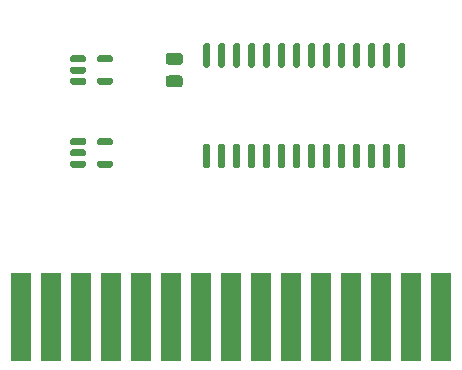
<source format=gbr>
G04 #@! TF.GenerationSoftware,KiCad,Pcbnew,(5.1.8)-1*
G04 #@! TF.CreationDate,2020-11-23T14:08:16+01:00*
G04 #@! TF.ProjectId,MM1_SRAM_64k_A,4d4d315f-5352-4414-9d5f-36346b5f412e,R1*
G04 #@! TF.SameCoordinates,PX6b49d20PY52f83c0*
G04 #@! TF.FileFunction,Soldermask,Top*
G04 #@! TF.FilePolarity,Negative*
%FSLAX46Y46*%
G04 Gerber Fmt 4.6, Leading zero omitted, Abs format (unit mm)*
G04 Created by KiCad (PCBNEW (5.1.8)-1) date 2020-11-23 14:08:16*
%MOMM*%
%LPD*%
G01*
G04 APERTURE LIST*
%ADD10R,1.700000X7.500000*%
G04 APERTURE END LIST*
G36*
G01*
X23395000Y-8775000D02*
X23095000Y-8775000D01*
G75*
G02*
X22945000Y-8625000I0J150000D01*
G01*
X22945000Y-6875000D01*
G75*
G02*
X23095000Y-6725000I150000J0D01*
G01*
X23395000Y-6725000D01*
G75*
G02*
X23545000Y-6875000I0J-150000D01*
G01*
X23545000Y-8625000D01*
G75*
G02*
X23395000Y-8775000I-150000J0D01*
G01*
G37*
G36*
G01*
X24665000Y-8775000D02*
X24365000Y-8775000D01*
G75*
G02*
X24215000Y-8625000I0J150000D01*
G01*
X24215000Y-6875000D01*
G75*
G02*
X24365000Y-6725000I150000J0D01*
G01*
X24665000Y-6725000D01*
G75*
G02*
X24815000Y-6875000I0J-150000D01*
G01*
X24815000Y-8625000D01*
G75*
G02*
X24665000Y-8775000I-150000J0D01*
G01*
G37*
G36*
G01*
X25935000Y-8775000D02*
X25635000Y-8775000D01*
G75*
G02*
X25485000Y-8625000I0J150000D01*
G01*
X25485000Y-6875000D01*
G75*
G02*
X25635000Y-6725000I150000J0D01*
G01*
X25935000Y-6725000D01*
G75*
G02*
X26085000Y-6875000I0J-150000D01*
G01*
X26085000Y-8625000D01*
G75*
G02*
X25935000Y-8775000I-150000J0D01*
G01*
G37*
G36*
G01*
X27205000Y-8775000D02*
X26905000Y-8775000D01*
G75*
G02*
X26755000Y-8625000I0J150000D01*
G01*
X26755000Y-6875000D01*
G75*
G02*
X26905000Y-6725000I150000J0D01*
G01*
X27205000Y-6725000D01*
G75*
G02*
X27355000Y-6875000I0J-150000D01*
G01*
X27355000Y-8625000D01*
G75*
G02*
X27205000Y-8775000I-150000J0D01*
G01*
G37*
G36*
G01*
X28475000Y-8775000D02*
X28175000Y-8775000D01*
G75*
G02*
X28025000Y-8625000I0J150000D01*
G01*
X28025000Y-6875000D01*
G75*
G02*
X28175000Y-6725000I150000J0D01*
G01*
X28475000Y-6725000D01*
G75*
G02*
X28625000Y-6875000I0J-150000D01*
G01*
X28625000Y-8625000D01*
G75*
G02*
X28475000Y-8775000I-150000J0D01*
G01*
G37*
G36*
G01*
X29745000Y-8775000D02*
X29445000Y-8775000D01*
G75*
G02*
X29295000Y-8625000I0J150000D01*
G01*
X29295000Y-6875000D01*
G75*
G02*
X29445000Y-6725000I150000J0D01*
G01*
X29745000Y-6725000D01*
G75*
G02*
X29895000Y-6875000I0J-150000D01*
G01*
X29895000Y-8625000D01*
G75*
G02*
X29745000Y-8775000I-150000J0D01*
G01*
G37*
G36*
G01*
X31015000Y-8775000D02*
X30715000Y-8775000D01*
G75*
G02*
X30565000Y-8625000I0J150000D01*
G01*
X30565000Y-6875000D01*
G75*
G02*
X30715000Y-6725000I150000J0D01*
G01*
X31015000Y-6725000D01*
G75*
G02*
X31165000Y-6875000I0J-150000D01*
G01*
X31165000Y-8625000D01*
G75*
G02*
X31015000Y-8775000I-150000J0D01*
G01*
G37*
G36*
G01*
X32285000Y-8775000D02*
X31985000Y-8775000D01*
G75*
G02*
X31835000Y-8625000I0J150000D01*
G01*
X31835000Y-6875000D01*
G75*
G02*
X31985000Y-6725000I150000J0D01*
G01*
X32285000Y-6725000D01*
G75*
G02*
X32435000Y-6875000I0J-150000D01*
G01*
X32435000Y-8625000D01*
G75*
G02*
X32285000Y-8775000I-150000J0D01*
G01*
G37*
G36*
G01*
X33555000Y-8775000D02*
X33255000Y-8775000D01*
G75*
G02*
X33105000Y-8625000I0J150000D01*
G01*
X33105000Y-6875000D01*
G75*
G02*
X33255000Y-6725000I150000J0D01*
G01*
X33555000Y-6725000D01*
G75*
G02*
X33705000Y-6875000I0J-150000D01*
G01*
X33705000Y-8625000D01*
G75*
G02*
X33555000Y-8775000I-150000J0D01*
G01*
G37*
G36*
G01*
X34825000Y-8775000D02*
X34525000Y-8775000D01*
G75*
G02*
X34375000Y-8625000I0J150000D01*
G01*
X34375000Y-6875000D01*
G75*
G02*
X34525000Y-6725000I150000J0D01*
G01*
X34825000Y-6725000D01*
G75*
G02*
X34975000Y-6875000I0J-150000D01*
G01*
X34975000Y-8625000D01*
G75*
G02*
X34825000Y-8775000I-150000J0D01*
G01*
G37*
G36*
G01*
X36095000Y-8775000D02*
X35795000Y-8775000D01*
G75*
G02*
X35645000Y-8625000I0J150000D01*
G01*
X35645000Y-6875000D01*
G75*
G02*
X35795000Y-6725000I150000J0D01*
G01*
X36095000Y-6725000D01*
G75*
G02*
X36245000Y-6875000I0J-150000D01*
G01*
X36245000Y-8625000D01*
G75*
G02*
X36095000Y-8775000I-150000J0D01*
G01*
G37*
G36*
G01*
X37365000Y-8775000D02*
X37065000Y-8775000D01*
G75*
G02*
X36915000Y-8625000I0J150000D01*
G01*
X36915000Y-6875000D01*
G75*
G02*
X37065000Y-6725000I150000J0D01*
G01*
X37365000Y-6725000D01*
G75*
G02*
X37515000Y-6875000I0J-150000D01*
G01*
X37515000Y-8625000D01*
G75*
G02*
X37365000Y-8775000I-150000J0D01*
G01*
G37*
G36*
G01*
X38635000Y-8775000D02*
X38335000Y-8775000D01*
G75*
G02*
X38185000Y-8625000I0J150000D01*
G01*
X38185000Y-6875000D01*
G75*
G02*
X38335000Y-6725000I150000J0D01*
G01*
X38635000Y-6725000D01*
G75*
G02*
X38785000Y-6875000I0J-150000D01*
G01*
X38785000Y-8625000D01*
G75*
G02*
X38635000Y-8775000I-150000J0D01*
G01*
G37*
G36*
G01*
X39905000Y-8775000D02*
X39605000Y-8775000D01*
G75*
G02*
X39455000Y-8625000I0J150000D01*
G01*
X39455000Y-6875000D01*
G75*
G02*
X39605000Y-6725000I150000J0D01*
G01*
X39905000Y-6725000D01*
G75*
G02*
X40055000Y-6875000I0J-150000D01*
G01*
X40055000Y-8625000D01*
G75*
G02*
X39905000Y-8775000I-150000J0D01*
G01*
G37*
G36*
G01*
X39905000Y-17275000D02*
X39605000Y-17275000D01*
G75*
G02*
X39455000Y-17125000I0J150000D01*
G01*
X39455000Y-15375000D01*
G75*
G02*
X39605000Y-15225000I150000J0D01*
G01*
X39905000Y-15225000D01*
G75*
G02*
X40055000Y-15375000I0J-150000D01*
G01*
X40055000Y-17125000D01*
G75*
G02*
X39905000Y-17275000I-150000J0D01*
G01*
G37*
G36*
G01*
X38635000Y-17275000D02*
X38335000Y-17275000D01*
G75*
G02*
X38185000Y-17125000I0J150000D01*
G01*
X38185000Y-15375000D01*
G75*
G02*
X38335000Y-15225000I150000J0D01*
G01*
X38635000Y-15225000D01*
G75*
G02*
X38785000Y-15375000I0J-150000D01*
G01*
X38785000Y-17125000D01*
G75*
G02*
X38635000Y-17275000I-150000J0D01*
G01*
G37*
G36*
G01*
X37365000Y-17275000D02*
X37065000Y-17275000D01*
G75*
G02*
X36915000Y-17125000I0J150000D01*
G01*
X36915000Y-15375000D01*
G75*
G02*
X37065000Y-15225000I150000J0D01*
G01*
X37365000Y-15225000D01*
G75*
G02*
X37515000Y-15375000I0J-150000D01*
G01*
X37515000Y-17125000D01*
G75*
G02*
X37365000Y-17275000I-150000J0D01*
G01*
G37*
G36*
G01*
X36095000Y-17275000D02*
X35795000Y-17275000D01*
G75*
G02*
X35645000Y-17125000I0J150000D01*
G01*
X35645000Y-15375000D01*
G75*
G02*
X35795000Y-15225000I150000J0D01*
G01*
X36095000Y-15225000D01*
G75*
G02*
X36245000Y-15375000I0J-150000D01*
G01*
X36245000Y-17125000D01*
G75*
G02*
X36095000Y-17275000I-150000J0D01*
G01*
G37*
G36*
G01*
X34825000Y-17275000D02*
X34525000Y-17275000D01*
G75*
G02*
X34375000Y-17125000I0J150000D01*
G01*
X34375000Y-15375000D01*
G75*
G02*
X34525000Y-15225000I150000J0D01*
G01*
X34825000Y-15225000D01*
G75*
G02*
X34975000Y-15375000I0J-150000D01*
G01*
X34975000Y-17125000D01*
G75*
G02*
X34825000Y-17275000I-150000J0D01*
G01*
G37*
G36*
G01*
X33555000Y-17275000D02*
X33255000Y-17275000D01*
G75*
G02*
X33105000Y-17125000I0J150000D01*
G01*
X33105000Y-15375000D01*
G75*
G02*
X33255000Y-15225000I150000J0D01*
G01*
X33555000Y-15225000D01*
G75*
G02*
X33705000Y-15375000I0J-150000D01*
G01*
X33705000Y-17125000D01*
G75*
G02*
X33555000Y-17275000I-150000J0D01*
G01*
G37*
G36*
G01*
X32285000Y-17275000D02*
X31985000Y-17275000D01*
G75*
G02*
X31835000Y-17125000I0J150000D01*
G01*
X31835000Y-15375000D01*
G75*
G02*
X31985000Y-15225000I150000J0D01*
G01*
X32285000Y-15225000D01*
G75*
G02*
X32435000Y-15375000I0J-150000D01*
G01*
X32435000Y-17125000D01*
G75*
G02*
X32285000Y-17275000I-150000J0D01*
G01*
G37*
G36*
G01*
X31015000Y-17275000D02*
X30715000Y-17275000D01*
G75*
G02*
X30565000Y-17125000I0J150000D01*
G01*
X30565000Y-15375000D01*
G75*
G02*
X30715000Y-15225000I150000J0D01*
G01*
X31015000Y-15225000D01*
G75*
G02*
X31165000Y-15375000I0J-150000D01*
G01*
X31165000Y-17125000D01*
G75*
G02*
X31015000Y-17275000I-150000J0D01*
G01*
G37*
G36*
G01*
X29745000Y-17275000D02*
X29445000Y-17275000D01*
G75*
G02*
X29295000Y-17125000I0J150000D01*
G01*
X29295000Y-15375000D01*
G75*
G02*
X29445000Y-15225000I150000J0D01*
G01*
X29745000Y-15225000D01*
G75*
G02*
X29895000Y-15375000I0J-150000D01*
G01*
X29895000Y-17125000D01*
G75*
G02*
X29745000Y-17275000I-150000J0D01*
G01*
G37*
G36*
G01*
X28475000Y-17275000D02*
X28175000Y-17275000D01*
G75*
G02*
X28025000Y-17125000I0J150000D01*
G01*
X28025000Y-15375000D01*
G75*
G02*
X28175000Y-15225000I150000J0D01*
G01*
X28475000Y-15225000D01*
G75*
G02*
X28625000Y-15375000I0J-150000D01*
G01*
X28625000Y-17125000D01*
G75*
G02*
X28475000Y-17275000I-150000J0D01*
G01*
G37*
G36*
G01*
X27205000Y-17275000D02*
X26905000Y-17275000D01*
G75*
G02*
X26755000Y-17125000I0J150000D01*
G01*
X26755000Y-15375000D01*
G75*
G02*
X26905000Y-15225000I150000J0D01*
G01*
X27205000Y-15225000D01*
G75*
G02*
X27355000Y-15375000I0J-150000D01*
G01*
X27355000Y-17125000D01*
G75*
G02*
X27205000Y-17275000I-150000J0D01*
G01*
G37*
G36*
G01*
X25935000Y-17275000D02*
X25635000Y-17275000D01*
G75*
G02*
X25485000Y-17125000I0J150000D01*
G01*
X25485000Y-15375000D01*
G75*
G02*
X25635000Y-15225000I150000J0D01*
G01*
X25935000Y-15225000D01*
G75*
G02*
X26085000Y-15375000I0J-150000D01*
G01*
X26085000Y-17125000D01*
G75*
G02*
X25935000Y-17275000I-150000J0D01*
G01*
G37*
G36*
G01*
X24665000Y-17275000D02*
X24365000Y-17275000D01*
G75*
G02*
X24215000Y-17125000I0J150000D01*
G01*
X24215000Y-15375000D01*
G75*
G02*
X24365000Y-15225000I150000J0D01*
G01*
X24665000Y-15225000D01*
G75*
G02*
X24815000Y-15375000I0J-150000D01*
G01*
X24815000Y-17125000D01*
G75*
G02*
X24665000Y-17275000I-150000J0D01*
G01*
G37*
G36*
G01*
X23395000Y-17275000D02*
X23095000Y-17275000D01*
G75*
G02*
X22945000Y-17125000I0J150000D01*
G01*
X22945000Y-15375000D01*
G75*
G02*
X23095000Y-15225000I150000J0D01*
G01*
X23395000Y-15225000D01*
G75*
G02*
X23545000Y-15375000I0J-150000D01*
G01*
X23545000Y-17125000D01*
G75*
G02*
X23395000Y-17275000I-150000J0D01*
G01*
G37*
D10*
X7530000Y-29890000D03*
X10070000Y-29890000D03*
X12610000Y-29890000D03*
X15150000Y-29890000D03*
X17690000Y-29890000D03*
X20230000Y-29890000D03*
X22770000Y-29890000D03*
X25310000Y-29890000D03*
X27850000Y-29890000D03*
X30390000Y-29890000D03*
X32930000Y-29890000D03*
X35470000Y-29890000D03*
X38010000Y-29890000D03*
X40550000Y-29890000D03*
X43090000Y-29890000D03*
G36*
G01*
X20025000Y-7550000D02*
X20975000Y-7550000D01*
G75*
G02*
X21225000Y-7800000I0J-250000D01*
G01*
X21225000Y-8300000D01*
G75*
G02*
X20975000Y-8550000I-250000J0D01*
G01*
X20025000Y-8550000D01*
G75*
G02*
X19775000Y-8300000I0J250000D01*
G01*
X19775000Y-7800000D01*
G75*
G02*
X20025000Y-7550000I250000J0D01*
G01*
G37*
G36*
G01*
X20025000Y-9450000D02*
X20975000Y-9450000D01*
G75*
G02*
X21225000Y-9700000I0J-250000D01*
G01*
X21225000Y-10200000D01*
G75*
G02*
X20975000Y-10450000I-250000J0D01*
G01*
X20025000Y-10450000D01*
G75*
G02*
X19775000Y-10200000I0J250000D01*
G01*
X19775000Y-9700000D01*
G75*
G02*
X20025000Y-9450000I250000J0D01*
G01*
G37*
G36*
G01*
X11700000Y-8200000D02*
X11700000Y-7900000D01*
G75*
G02*
X11850000Y-7750000I150000J0D01*
G01*
X12875000Y-7750000D01*
G75*
G02*
X13025000Y-7900000I0J-150000D01*
G01*
X13025000Y-8200000D01*
G75*
G02*
X12875000Y-8350000I-150000J0D01*
G01*
X11850000Y-8350000D01*
G75*
G02*
X11700000Y-8200000I0J150000D01*
G01*
G37*
G36*
G01*
X11700000Y-9150000D02*
X11700000Y-8850000D01*
G75*
G02*
X11850000Y-8700000I150000J0D01*
G01*
X12875000Y-8700000D01*
G75*
G02*
X13025000Y-8850000I0J-150000D01*
G01*
X13025000Y-9150000D01*
G75*
G02*
X12875000Y-9300000I-150000J0D01*
G01*
X11850000Y-9300000D01*
G75*
G02*
X11700000Y-9150000I0J150000D01*
G01*
G37*
G36*
G01*
X11700000Y-10100000D02*
X11700000Y-9800000D01*
G75*
G02*
X11850000Y-9650000I150000J0D01*
G01*
X12875000Y-9650000D01*
G75*
G02*
X13025000Y-9800000I0J-150000D01*
G01*
X13025000Y-10100000D01*
G75*
G02*
X12875000Y-10250000I-150000J0D01*
G01*
X11850000Y-10250000D01*
G75*
G02*
X11700000Y-10100000I0J150000D01*
G01*
G37*
G36*
G01*
X13975000Y-10100000D02*
X13975000Y-9800000D01*
G75*
G02*
X14125000Y-9650000I150000J0D01*
G01*
X15150000Y-9650000D01*
G75*
G02*
X15300000Y-9800000I0J-150000D01*
G01*
X15300000Y-10100000D01*
G75*
G02*
X15150000Y-10250000I-150000J0D01*
G01*
X14125000Y-10250000D01*
G75*
G02*
X13975000Y-10100000I0J150000D01*
G01*
G37*
G36*
G01*
X13975000Y-8200000D02*
X13975000Y-7900000D01*
G75*
G02*
X14125000Y-7750000I150000J0D01*
G01*
X15150000Y-7750000D01*
G75*
G02*
X15300000Y-7900000I0J-150000D01*
G01*
X15300000Y-8200000D01*
G75*
G02*
X15150000Y-8350000I-150000J0D01*
G01*
X14125000Y-8350000D01*
G75*
G02*
X13975000Y-8200000I0J150000D01*
G01*
G37*
G36*
G01*
X13975000Y-15200000D02*
X13975000Y-14900000D01*
G75*
G02*
X14125000Y-14750000I150000J0D01*
G01*
X15150000Y-14750000D01*
G75*
G02*
X15300000Y-14900000I0J-150000D01*
G01*
X15300000Y-15200000D01*
G75*
G02*
X15150000Y-15350000I-150000J0D01*
G01*
X14125000Y-15350000D01*
G75*
G02*
X13975000Y-15200000I0J150000D01*
G01*
G37*
G36*
G01*
X13975000Y-17100000D02*
X13975000Y-16800000D01*
G75*
G02*
X14125000Y-16650000I150000J0D01*
G01*
X15150000Y-16650000D01*
G75*
G02*
X15300000Y-16800000I0J-150000D01*
G01*
X15300000Y-17100000D01*
G75*
G02*
X15150000Y-17250000I-150000J0D01*
G01*
X14125000Y-17250000D01*
G75*
G02*
X13975000Y-17100000I0J150000D01*
G01*
G37*
G36*
G01*
X11700000Y-17100000D02*
X11700000Y-16800000D01*
G75*
G02*
X11850000Y-16650000I150000J0D01*
G01*
X12875000Y-16650000D01*
G75*
G02*
X13025000Y-16800000I0J-150000D01*
G01*
X13025000Y-17100000D01*
G75*
G02*
X12875000Y-17250000I-150000J0D01*
G01*
X11850000Y-17250000D01*
G75*
G02*
X11700000Y-17100000I0J150000D01*
G01*
G37*
G36*
G01*
X11700000Y-16150000D02*
X11700000Y-15850000D01*
G75*
G02*
X11850000Y-15700000I150000J0D01*
G01*
X12875000Y-15700000D01*
G75*
G02*
X13025000Y-15850000I0J-150000D01*
G01*
X13025000Y-16150000D01*
G75*
G02*
X12875000Y-16300000I-150000J0D01*
G01*
X11850000Y-16300000D01*
G75*
G02*
X11700000Y-16150000I0J150000D01*
G01*
G37*
G36*
G01*
X11700000Y-15200000D02*
X11700000Y-14900000D01*
G75*
G02*
X11850000Y-14750000I150000J0D01*
G01*
X12875000Y-14750000D01*
G75*
G02*
X13025000Y-14900000I0J-150000D01*
G01*
X13025000Y-15200000D01*
G75*
G02*
X12875000Y-15350000I-150000J0D01*
G01*
X11850000Y-15350000D01*
G75*
G02*
X11700000Y-15200000I0J150000D01*
G01*
G37*
M02*

</source>
